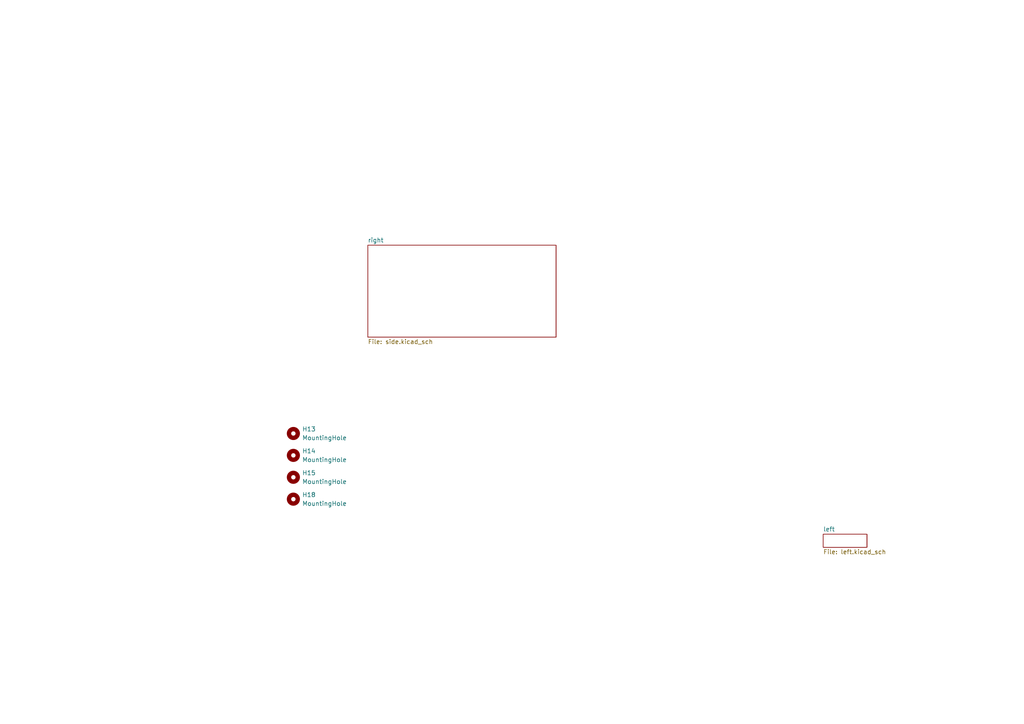
<source format=kicad_sch>
(kicad_sch (version 20250114) (generator "eeschema") (generator_version "9.0")
  (paper "A4")
  (lib_symbols
    (symbol "Mechanical:MountingHole" (pin_names (offset 1.016)) (in_bom no)
      (property "Reference" "H" (at 0 5.08 0))
      (property "Value" "MountingHole" (at 0 3.175 0))
      (symbol "MountingHole_0_1"
        (circle (center 0 0) (radius 1.27) (stroke (width 1.27)))
      )
    )
  )
  (symbol (lib_id "Mechanical:MountingHole") (at 85.09 132.08 0) (unit 1) (in_bom no)
    (property "Reference" "H14" (at 87.63 130.8099 0) (effects (justify left)))
    (property "Value" "MountingHole" (at 87.63 133.3499 0) (effects (justify left)))
    (property "Footprint" "mousebites:mouse-bite-3mm-slot" (effects (hide yes)))
    (property "Description" "Mounting Hole without connection" (effects (hide yes)))
  )
  (symbol (lib_id "Mechanical:MountingHole") (at 85.09 138.43 0) (unit 1) (in_bom no)
    (property "Reference" "H15" (at 87.63 137.1599 0) (effects (justify left)))
    (property "Value" "MountingHole" (at 87.63 139.6999 0) (effects (justify left)))
    (property "Footprint" "mousebites:mouse-bite-3mm-slot" (effects (hide yes)))
    (property "Description" "Mounting Hole without connection" (effects (hide yes)))
  )
  (symbol (lib_id "Mechanical:MountingHole") (at 85.09 144.78 0) (unit 1) (in_bom no)
    (property "Reference" "H18" (at 87.63 143.5099 0) (effects (justify left)))
    (property "Value" "MountingHole" (at 87.63 146.0499 0) (effects (justify left)))
    (property "Footprint" "mousebites:mouse-bite-3mm-slot" (effects (hide yes)))
    (property "Description" "Mounting Hole without connection" (effects (hide yes)))
  )
  (symbol (lib_id "Mechanical:MountingHole") (at 85.09 125.73 0) (unit 1) (in_bom no)
    (property "Reference" "H13" (at 87.63 124.4599 0) (effects (justify left)))
    (property "Value" "MountingHole" (at 87.63 126.9999 0) (effects (justify left)))
    (property "Footprint" "mousebites:mouse-bite-3mm-slot" (effects (hide yes)))
    (property "Description" "Mounting Hole without connection" (effects (hide yes)))
  )
  (sheet (at 238.76 154.94) (size 12.7 3.81) (stroke (width 0.1524))
    (property "Sheetname" "left" (at 238.76 154.2284 0) (effects (justify left bottom)))
    (property "Sheetfile" "left.kicad_sch" (at 238.76 159.3346 0) (effects (justify left top)))
  )
  (sheet (at 106.68 71.12) (size 54.61 26.67) (stroke (width 0.1524))
    (property "Sheetname" "right" (at 106.68 70.4084 0) (effects (justify left bottom)))
    (property "Sheetfile" "side.kicad_sch" (at 106.68 98.3746 0) (effects (justify left top)))
  )
)
</source>
